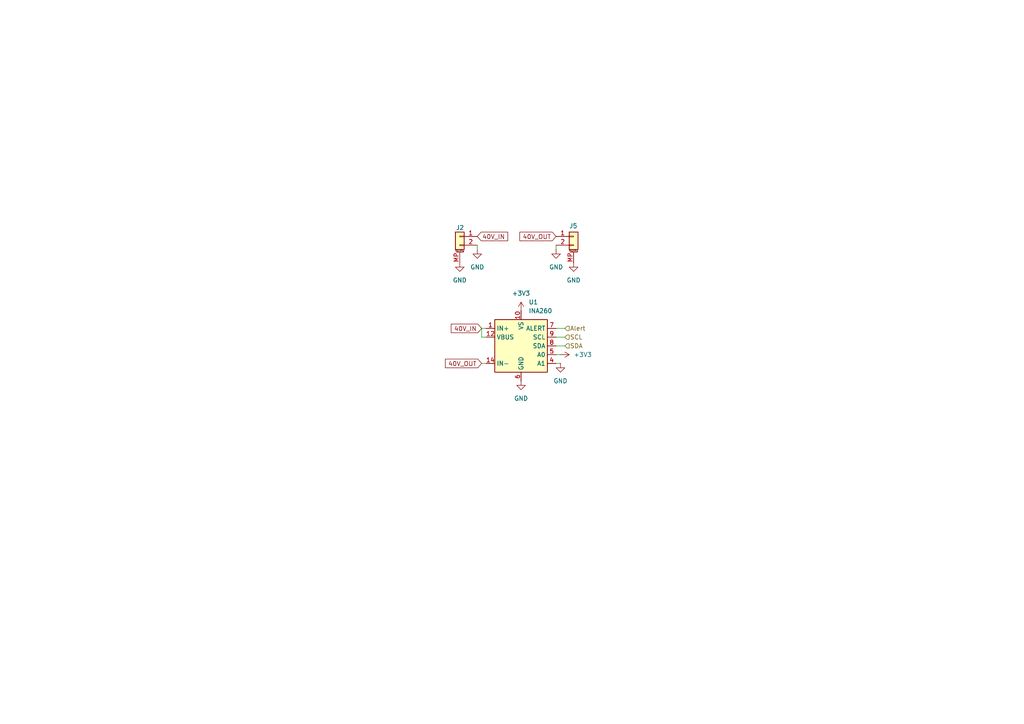
<source format=kicad_sch>
(kicad_sch (version 20231120) (generator "eeschema") (generator_version "8.0")
  (paper "A4")
  (lib_symbols
    (symbol "Connector_Generic_MountingPin:Conn_01x02_MountingPin" (pin_names (offset 1.016) hide)
      (property "Reference" "J" (at 0 2.54 0))
      (property "Value" "Conn_01x02_MountingPin" (at 1.27 -5.08 0))
      (symbol "Conn_01x02_MountingPin_1_1"
        (rectangle (start -1.27 -2.413) (end 0 -2.667) (stroke (width 0.1524)))
        (rectangle (start -1.27 0.127) (end 0 -0.127) (stroke (width 0.1524)))
        (rectangle (start -1.27 1.27) (end 1.27 -3.81) (stroke (width 0.254)) (fill (type background)))
        (polyline (pts (xy -1.016 -4.572) (xy 1.016 -4.572)) (stroke (width 0.1524)))
        (text "Mounting" (at 0 -4.191 0) (effects (font (size 0.381 0.381))))
        (pin passive line (at -5.08 0 0) (length 3.81) (name "Pin_1") (number "1"))
        (pin passive line (at -5.08 -2.54 0) (length 3.81) (name "Pin_2") (number "2"))
        (pin passive line (at 0 -7.62 90) (length 3.048) (name "MountPin") (number "MP"))
      )
    )
    (symbol "Sensor:INA260"
      (property "Reference" "U" (at -6.35 8.89 0))
      (property "Value" "INA260" (at 2.54 8.89 0))
      (symbol "INA260_0_1"
        (rectangle (start -7.62 7.62) (end 7.62 -7.62) (stroke (width 0.254)) (fill (type background)))
      )
      (symbol "INA260_1_1"
        (pin passive line (at -10.16 5.08 0) (length 2.54) (name "IN+") (number "1"))
        (pin power_in line (at 0 10.16 270) (length 2.54) (name "VS") (number "10"))
        (pin passive line (at 0 -10.16 90) (length 2.54) hide (name "GND") (number "11"))
        (pin passive line (at -10.16 2.54 0) (length 2.54) (name "VBUS") (number "12"))
        (pin no_connect line (at 2.54 -7.62 90) (length 2.54) hide (name "NC") (number "13"))
        (pin passive line (at -10.16 -5.08 0) (length 2.54) (name "IN-") (number "14"))
        (pin passive line (at -10.16 -5.08 0) (length 2.54) hide (name "IN-") (number "15"))
        (pin passive line (at -10.16 -5.08 0) (length 2.54) hide (name "IN-") (number "16"))
        (pin passive line (at -10.16 5.08 0) (length 2.54) hide (name "IN+") (number "2"))
        (pin passive line (at -10.16 5.08 0) (length 2.54) hide (name "IN+") (number "3"))
        (pin input line (at 10.16 -5.08 180) (length 2.54) (name "A1") (number "4"))
        (pin input line (at 10.16 -2.54 180) (length 2.54) (name "A0") (number "5"))
        (pin power_in line (at 0 -10.16 90) (length 2.54) (name "GND") (number "6"))
        (pin open_collector line (at 10.16 5.08 180) (length 2.54) (name "ALERT") (number "7"))
        (pin bidirectional line (at 10.16 0 180) (length 2.54) (name "SDA") (number "8"))
        (pin input line (at 10.16 2.54 180) (length 2.54) (name "SCL") (number "9"))
      )
    )
    (symbol "power:+3V3" (power) (pin_numbers hide) (pin_names (offset 0) hide)
      (property "Value" "+3V3" (at 0 3.556 0))
      (symbol "+3V3_0_1"
        (polyline (pts (xy -0.762 1.27) (xy 0 2.54)))
        (polyline (pts (xy 0 0) (xy 0 2.54)))
        (polyline (pts (xy 0 2.54) (xy 0.762 1.27)))
      )
      (symbol "+3V3_1_1"
        (pin power_in line (at 0 0 90) (length 0) (name "~") (number "1"))
      )
    )
    (symbol "power:GND" (power) (pin_numbers hide) (pin_names (offset 0) hide)
      (property "Value" "GND" (at 0 -3.81 0))
      (symbol "GND_0_1"
        (polyline (pts (xy 0 0) (xy 0 -1.27) (xy 1.27 -1.27) (xy 0 -2.54) (xy -1.27 -1.27) (xy 0 -1.27)))
      )
      (symbol "GND_1_1"
        (pin power_in line (at 0 0 270) (length 0) (name "~") (number "1"))
      )
    )
  )
  (wire (pts (xy 162.56 105.41) (xy 161.29 105.41)))
  (wire (pts (xy 161.29 100.33) (xy 163.83 100.33)))
  (wire (pts (xy 139.7 105.41) (xy 140.97 105.41)))
  (wire (pts (xy 161.29 97.79) (xy 163.83 97.79)))
  (wire (pts (xy 139.7 95.25) (xy 139.7 97.79)))
  (wire (pts (xy 139.7 97.79) (xy 140.97 97.79)))
  (wire (pts (xy 162.56 102.87) (xy 161.29 102.87)))
  (wire (pts (xy 139.7 95.25) (xy 140.97 95.25)))
  (wire (pts (xy 138.43 72.39) (xy 138.43 71.12)))
  (wire (pts (xy 161.29 95.25) (xy 163.83 95.25)))
  (wire (pts (xy 161.29 72.39) (xy 161.29 71.12)))
  (global_label "40V_IN" (shape input) (at 139.7 95.25 180) (property "Intersheetrefs" "${INTERSHEET_REFS}" (effects (hide yes))))
  (global_label "40V_OUT" (shape input) (at 139.7 105.41 180) (property "Intersheetrefs" "${INTERSHEET_REFS}" (effects (hide yes))))
  (global_label "40V_OUT" (shape input) (at 161.29 68.58 180) (property "Intersheetrefs" "${INTERSHEET_REFS}" (effects (hide yes))))
  (global_label "40V_IN" (shape input) (at 138.43 68.58 0) (property "Intersheetrefs" "${INTERSHEET_REFS}" (effects (hide yes))))
  (hierarchical_label "SDA" (shape input) (at 163.83 100.33 0))
  (hierarchical_label "SCL" (shape input) (at 163.83 97.79 0))
  (hierarchical_label "Alert" (shape input) (at 163.83 95.25 0))
  (symbol (lib_id "Connector_Generic_MountingPin:Conn_01x02_MountingPin") (at 133.35 68.58 0) (mirror y) (unit 1)
    (property "Reference" "J2" (at 134.62 66.04 0) (effects (justify left)))
    (property "Value" "Conn_01x02_MountingPin" (effects (hide yes)))
    (property "Description" "Generic connectable mounting pin connector, single row, 01x02, script generated (kicad-library-utils/schlib/autogen/connector/)" (effects (hide yes)))
  )
  (symbol (lib_id "power:GND") (at 162.56 105.41 0) (unit 1)
    (property "Reference" "#PWR030" (effects (hide yes)))
    (property "Value" "GND" (at 162.56 110.49 0))
    (property "Description" "Power symbol creates a global label with name \"GND\" , ground" (effects (hide yes)))
  )
  (symbol (lib_id "power:+3V3") (at 151.13 90.17 0) (unit 1)
    (property "Reference" "#PWR021" (effects (hide yes)))
    (property "Value" "+3V3" (at 151.13 85.09 0))
    (property "Description" "Power symbol creates a global label with name \"+3V3\"" (effects (hide yes)))
  )
  (symbol (lib_id "Sensor:INA260") (at 151.13 100.33 0) (unit 1)
    (property "Reference" "U1" (at 153.3241 87.63 0) (effects (justify left)))
    (property "Value" "INA260" (at 153.3241 90.17 0) (effects (justify left)))
    (property "Footprint" "Package_SO:TSSOP-16_4.4x5mm_P0.65mm" (effects (hide yes)))
    (property "Datasheet" "http://www.ti.com/lit/ds/symlink/ina260.pdf" (effects (hide yes)))
    (property "Description" "Current/power/voltage monitor with Integrated 2mΩ Shunt Resistor, 2.7V - 5.5V, I2C, TSSOP-16" (effects (hide yes)))
  )
  (symbol (lib_id "Connector_Generic_MountingPin:Conn_01x02_MountingPin") (at 166.37 68.58 0) (unit 1)
    (property "Reference" "J5" (at 165.1 65.532 0) (effects (justify left)))
    (property "Value" "Conn_01x02_MountingPin" (effects (hide yes)))
    (property "Description" "Generic connectable mounting pin connector, single row, 01x02, script generated (kicad-library-utils/schlib/autogen/connector/)" (effects (hide yes)))
  )
  (symbol (lib_id "power:GND") (at 161.29 72.39 0) (mirror y) (unit 1)
    (property "Reference" "#PWR023" (effects (hide yes)))
    (property "Value" "GND" (at 161.29 77.47 0))
    (property "Description" "Power symbol creates a global label with name \"GND\" , ground" (effects (hide yes)))
  )
  (symbol (lib_id "power:+3V3") (at 162.56 102.87 270) (unit 1)
    (property "Reference" "#PWR024" (effects (hide yes)))
    (property "Value" "+3V3" (at 166.37 102.8699 90) (effects (justify left)))
    (property "Description" "Power symbol creates a global label with name \"+3V3\"" (effects (hide yes)))
  )
  (symbol (lib_id "power:GND") (at 138.43 72.39 0) (unit 1)
    (property "Reference" "#PWR015" (effects (hide yes)))
    (property "Value" "GND" (at 138.43 77.47 0))
    (property "Description" "Power symbol creates a global label with name \"GND\" , ground" (effects (hide yes)))
  )
  (symbol (lib_id "power:GND") (at 151.13 110.49 0) (unit 1)
    (property "Reference" "#PWR022" (effects (hide yes)))
    (property "Value" "GND" (at 151.13 115.57 0))
    (property "Description" "Power symbol creates a global label with name \"GND\" , ground" (effects (hide yes)))
  )
  (symbol (lib_id "power:GND") (at 166.37 76.2 0) (unit 1)
    (property "Reference" "#PWR032" (effects (hide yes)))
    (property "Value" "GND" (at 166.37 81.28 0))
    (property "Description" "Power symbol creates a global label with name \"GND\" , ground" (effects (hide yes)))
  )
  (symbol (lib_id "power:GND") (at 133.35 76.2 0) (unit 1)
    (property "Reference" "#PWR04" (effects (hide yes)))
    (property "Value" "GND" (at 133.35 81.28 0))
    (property "Description" "Power symbol creates a global label with name \"GND\" , ground" (effects (hide yes)))
  )
)
</source>
